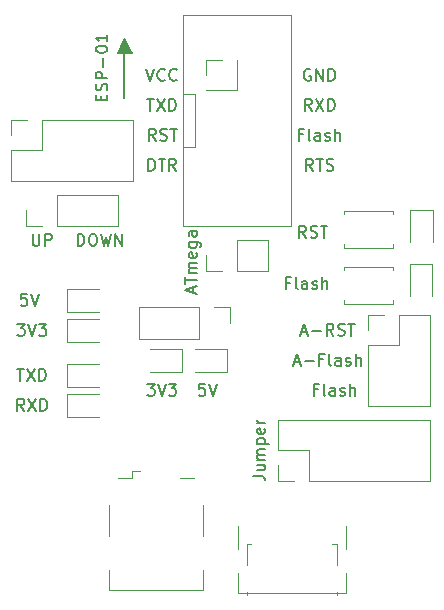
<source format=gbr>
G04 #@! TF.GenerationSoftware,KiCad,Pcbnew,(5.1.7)-1*
G04 #@! TF.CreationDate,2020-12-20T16:40:32+01:00*
G04 #@! TF.ProjectId,uart_flash_pcb,75617274-5f66-46c6-9173-685f7063622e,rev?*
G04 #@! TF.SameCoordinates,Original*
G04 #@! TF.FileFunction,Legend,Top*
G04 #@! TF.FilePolarity,Positive*
%FSLAX46Y46*%
G04 Gerber Fmt 4.6, Leading zero omitted, Abs format (unit mm)*
G04 Created by KiCad (PCBNEW (5.1.7)-1) date 2020-12-20 16:40:32*
%MOMM*%
%LPD*%
G01*
G04 APERTURE LIST*
%ADD10C,0.200000*%
%ADD11C,0.100000*%
%ADD12C,0.120000*%
G04 APERTURE END LIST*
D10*
X115702380Y-74702380D02*
X115369047Y-74226190D01*
X115130952Y-74702380D02*
X115130952Y-73702380D01*
X115511904Y-73702380D01*
X115607142Y-73750000D01*
X115654761Y-73797619D01*
X115702380Y-73892857D01*
X115702380Y-74035714D01*
X115654761Y-74130952D01*
X115607142Y-74178571D01*
X115511904Y-74226190D01*
X115130952Y-74226190D01*
X116083333Y-74654761D02*
X116226190Y-74702380D01*
X116464285Y-74702380D01*
X116559523Y-74654761D01*
X116607142Y-74607142D01*
X116654761Y-74511904D01*
X116654761Y-74416666D01*
X116607142Y-74321428D01*
X116559523Y-74273809D01*
X116464285Y-74226190D01*
X116273809Y-74178571D01*
X116178571Y-74130952D01*
X116130952Y-74083333D01*
X116083333Y-73988095D01*
X116083333Y-73892857D01*
X116130952Y-73797619D01*
X116178571Y-73750000D01*
X116273809Y-73702380D01*
X116511904Y-73702380D01*
X116654761Y-73750000D01*
X116940476Y-73702380D02*
X117511904Y-73702380D01*
X117226190Y-74702380D02*
X117226190Y-73702380D01*
X92059523Y-79462380D02*
X91583333Y-79462380D01*
X91535714Y-79938571D01*
X91583333Y-79890952D01*
X91678571Y-79843333D01*
X91916666Y-79843333D01*
X92011904Y-79890952D01*
X92059523Y-79938571D01*
X92107142Y-80033809D01*
X92107142Y-80271904D01*
X92059523Y-80367142D01*
X92011904Y-80414761D01*
X91916666Y-80462380D01*
X91678571Y-80462380D01*
X91583333Y-80414761D01*
X91535714Y-80367142D01*
X92392857Y-79462380D02*
X92726190Y-80462380D01*
X93059523Y-79462380D01*
X91261904Y-82002380D02*
X91880952Y-82002380D01*
X91547619Y-82383333D01*
X91690476Y-82383333D01*
X91785714Y-82430952D01*
X91833333Y-82478571D01*
X91880952Y-82573809D01*
X91880952Y-82811904D01*
X91833333Y-82907142D01*
X91785714Y-82954761D01*
X91690476Y-83002380D01*
X91404761Y-83002380D01*
X91309523Y-82954761D01*
X91261904Y-82907142D01*
X92166666Y-82002380D02*
X92500000Y-83002380D01*
X92833333Y-82002380D01*
X93071428Y-82002380D02*
X93690476Y-82002380D01*
X93357142Y-82383333D01*
X93500000Y-82383333D01*
X93595238Y-82430952D01*
X93642857Y-82478571D01*
X93690476Y-82573809D01*
X93690476Y-82811904D01*
X93642857Y-82907142D01*
X93595238Y-82954761D01*
X93500000Y-83002380D01*
X93214285Y-83002380D01*
X93119047Y-82954761D01*
X93071428Y-82907142D01*
D11*
G36*
X100965000Y-59055000D02*
G01*
X99695000Y-59055000D01*
X100330000Y-57785000D01*
X100965000Y-59055000D01*
G37*
X100965000Y-59055000D02*
X99695000Y-59055000D01*
X100330000Y-57785000D01*
X100965000Y-59055000D01*
D10*
X100330000Y-62865000D02*
X100330000Y-58420000D01*
X115311514Y-82716666D02*
X115787704Y-82716666D01*
X115216276Y-83002380D02*
X115549609Y-82002380D01*
X115882942Y-83002380D01*
X116216276Y-82621428D02*
X116978180Y-82621428D01*
X118025800Y-83002380D02*
X117692466Y-82526190D01*
X117454371Y-83002380D02*
X117454371Y-82002380D01*
X117835323Y-82002380D01*
X117930561Y-82050000D01*
X117978180Y-82097619D01*
X118025800Y-82192857D01*
X118025800Y-82335714D01*
X117978180Y-82430952D01*
X117930561Y-82478571D01*
X117835323Y-82526190D01*
X117454371Y-82526190D01*
X118406752Y-82954761D02*
X118549609Y-83002380D01*
X118787704Y-83002380D01*
X118882942Y-82954761D01*
X118930561Y-82907142D01*
X118978180Y-82811904D01*
X118978180Y-82716666D01*
X118930561Y-82621428D01*
X118882942Y-82573809D01*
X118787704Y-82526190D01*
X118597228Y-82478571D01*
X118501990Y-82430952D01*
X118454371Y-82383333D01*
X118406752Y-82288095D01*
X118406752Y-82192857D01*
X118454371Y-82097619D01*
X118501990Y-82050000D01*
X118597228Y-82002380D01*
X118835323Y-82002380D01*
X118978180Y-82050000D01*
X119263895Y-82002380D02*
X119835323Y-82002380D01*
X119549609Y-83002380D02*
X119549609Y-82002380D01*
X114668657Y-85256666D02*
X115144847Y-85256666D01*
X114573419Y-85542380D02*
X114906752Y-84542380D01*
X115240085Y-85542380D01*
X115573419Y-85161428D02*
X116335323Y-85161428D01*
X117144847Y-85018571D02*
X116811514Y-85018571D01*
X116811514Y-85542380D02*
X116811514Y-84542380D01*
X117287704Y-84542380D01*
X117811514Y-85542380D02*
X117716276Y-85494761D01*
X117668657Y-85399523D01*
X117668657Y-84542380D01*
X118621038Y-85542380D02*
X118621038Y-85018571D01*
X118573419Y-84923333D01*
X118478180Y-84875714D01*
X118287704Y-84875714D01*
X118192466Y-84923333D01*
X118621038Y-85494761D02*
X118525800Y-85542380D01*
X118287704Y-85542380D01*
X118192466Y-85494761D01*
X118144847Y-85399523D01*
X118144847Y-85304285D01*
X118192466Y-85209047D01*
X118287704Y-85161428D01*
X118525800Y-85161428D01*
X118621038Y-85113809D01*
X119049609Y-85494761D02*
X119144847Y-85542380D01*
X119335323Y-85542380D01*
X119430561Y-85494761D01*
X119478180Y-85399523D01*
X119478180Y-85351904D01*
X119430561Y-85256666D01*
X119335323Y-85209047D01*
X119192466Y-85209047D01*
X119097228Y-85161428D01*
X119049609Y-85066190D01*
X119049609Y-85018571D01*
X119097228Y-84923333D01*
X119192466Y-84875714D01*
X119335323Y-84875714D01*
X119430561Y-84923333D01*
X119906752Y-85542380D02*
X119906752Y-84542380D01*
X120335323Y-85542380D02*
X120335323Y-85018571D01*
X120287704Y-84923333D01*
X120192466Y-84875714D01*
X120049609Y-84875714D01*
X119954371Y-84923333D01*
X119906752Y-84970952D01*
X116681428Y-87558571D02*
X116348095Y-87558571D01*
X116348095Y-88082380D02*
X116348095Y-87082380D01*
X116824285Y-87082380D01*
X117348095Y-88082380D02*
X117252857Y-88034761D01*
X117205238Y-87939523D01*
X117205238Y-87082380D01*
X118157619Y-88082380D02*
X118157619Y-87558571D01*
X118110000Y-87463333D01*
X118014761Y-87415714D01*
X117824285Y-87415714D01*
X117729047Y-87463333D01*
X118157619Y-88034761D02*
X118062380Y-88082380D01*
X117824285Y-88082380D01*
X117729047Y-88034761D01*
X117681428Y-87939523D01*
X117681428Y-87844285D01*
X117729047Y-87749047D01*
X117824285Y-87701428D01*
X118062380Y-87701428D01*
X118157619Y-87653809D01*
X118586190Y-88034761D02*
X118681428Y-88082380D01*
X118871904Y-88082380D01*
X118967142Y-88034761D01*
X119014761Y-87939523D01*
X119014761Y-87891904D01*
X118967142Y-87796666D01*
X118871904Y-87749047D01*
X118729047Y-87749047D01*
X118633809Y-87701428D01*
X118586190Y-87606190D01*
X118586190Y-87558571D01*
X118633809Y-87463333D01*
X118729047Y-87415714D01*
X118871904Y-87415714D01*
X118967142Y-87463333D01*
X119443333Y-88082380D02*
X119443333Y-87082380D01*
X119871904Y-88082380D02*
X119871904Y-87558571D01*
X119824285Y-87463333D01*
X119729047Y-87415714D01*
X119586190Y-87415714D01*
X119490952Y-87463333D01*
X119443333Y-87510952D01*
X96369047Y-75382380D02*
X96369047Y-74382380D01*
X96607142Y-74382380D01*
X96750000Y-74430000D01*
X96845238Y-74525238D01*
X96892857Y-74620476D01*
X96940476Y-74810952D01*
X96940476Y-74953809D01*
X96892857Y-75144285D01*
X96845238Y-75239523D01*
X96750000Y-75334761D01*
X96607142Y-75382380D01*
X96369047Y-75382380D01*
X97559523Y-74382380D02*
X97750000Y-74382380D01*
X97845238Y-74430000D01*
X97940476Y-74525238D01*
X97988095Y-74715714D01*
X97988095Y-75049047D01*
X97940476Y-75239523D01*
X97845238Y-75334761D01*
X97750000Y-75382380D01*
X97559523Y-75382380D01*
X97464285Y-75334761D01*
X97369047Y-75239523D01*
X97321428Y-75049047D01*
X97321428Y-74715714D01*
X97369047Y-74525238D01*
X97464285Y-74430000D01*
X97559523Y-74382380D01*
X98321428Y-74382380D02*
X98559523Y-75382380D01*
X98750000Y-74668095D01*
X98940476Y-75382380D01*
X99178571Y-74382380D01*
X99559523Y-75382380D02*
X99559523Y-74382380D01*
X100130952Y-75382380D01*
X100130952Y-74382380D01*
X92559285Y-74382380D02*
X92559285Y-75191904D01*
X92606904Y-75287142D01*
X92654523Y-75334761D01*
X92749761Y-75382380D01*
X92940238Y-75382380D01*
X93035476Y-75334761D01*
X93083095Y-75287142D01*
X93130714Y-75191904D01*
X93130714Y-74382380D01*
X93606904Y-75382380D02*
X93606904Y-74382380D01*
X93987857Y-74382380D01*
X94083095Y-74430000D01*
X94130714Y-74477619D01*
X94178333Y-74572857D01*
X94178333Y-74715714D01*
X94130714Y-74810952D01*
X94083095Y-74858571D01*
X93987857Y-74906190D01*
X93606904Y-74906190D01*
X111212380Y-94876666D02*
X111926666Y-94876666D01*
X112069523Y-94924285D01*
X112164761Y-95019523D01*
X112212380Y-95162380D01*
X112212380Y-95257619D01*
X111545714Y-93971904D02*
X112212380Y-93971904D01*
X111545714Y-94400476D02*
X112069523Y-94400476D01*
X112164761Y-94352857D01*
X112212380Y-94257619D01*
X112212380Y-94114761D01*
X112164761Y-94019523D01*
X112117142Y-93971904D01*
X112212380Y-93495714D02*
X111545714Y-93495714D01*
X111640952Y-93495714D02*
X111593333Y-93448095D01*
X111545714Y-93352857D01*
X111545714Y-93210000D01*
X111593333Y-93114761D01*
X111688571Y-93067142D01*
X112212380Y-93067142D01*
X111688571Y-93067142D02*
X111593333Y-93019523D01*
X111545714Y-92924285D01*
X111545714Y-92781428D01*
X111593333Y-92686190D01*
X111688571Y-92638571D01*
X112212380Y-92638571D01*
X111545714Y-92162380D02*
X112545714Y-92162380D01*
X111593333Y-92162380D02*
X111545714Y-92067142D01*
X111545714Y-91876666D01*
X111593333Y-91781428D01*
X111640952Y-91733809D01*
X111736190Y-91686190D01*
X112021904Y-91686190D01*
X112117142Y-91733809D01*
X112164761Y-91781428D01*
X112212380Y-91876666D01*
X112212380Y-92067142D01*
X112164761Y-92162380D01*
X112164761Y-90876666D02*
X112212380Y-90971904D01*
X112212380Y-91162380D01*
X112164761Y-91257619D01*
X112069523Y-91305238D01*
X111688571Y-91305238D01*
X111593333Y-91257619D01*
X111545714Y-91162380D01*
X111545714Y-90971904D01*
X111593333Y-90876666D01*
X111688571Y-90829047D01*
X111783809Y-90829047D01*
X111879047Y-91305238D01*
X112212380Y-90400476D02*
X111545714Y-90400476D01*
X111736190Y-90400476D02*
X111640952Y-90352857D01*
X111593333Y-90305238D01*
X111545714Y-90210000D01*
X111545714Y-90114761D01*
X98353571Y-63086904D02*
X98353571Y-62753571D01*
X98877380Y-62610714D02*
X98877380Y-63086904D01*
X97877380Y-63086904D01*
X97877380Y-62610714D01*
X98829761Y-62229761D02*
X98877380Y-62086904D01*
X98877380Y-61848809D01*
X98829761Y-61753571D01*
X98782142Y-61705952D01*
X98686904Y-61658333D01*
X98591666Y-61658333D01*
X98496428Y-61705952D01*
X98448809Y-61753571D01*
X98401190Y-61848809D01*
X98353571Y-62039285D01*
X98305952Y-62134523D01*
X98258333Y-62182142D01*
X98163095Y-62229761D01*
X98067857Y-62229761D01*
X97972619Y-62182142D01*
X97925000Y-62134523D01*
X97877380Y-62039285D01*
X97877380Y-61801190D01*
X97925000Y-61658333D01*
X98877380Y-61229761D02*
X97877380Y-61229761D01*
X97877380Y-60848809D01*
X97925000Y-60753571D01*
X97972619Y-60705952D01*
X98067857Y-60658333D01*
X98210714Y-60658333D01*
X98305952Y-60705952D01*
X98353571Y-60753571D01*
X98401190Y-60848809D01*
X98401190Y-61229761D01*
X98496428Y-60229761D02*
X98496428Y-59467857D01*
X97877380Y-58801190D02*
X97877380Y-58705952D01*
X97925000Y-58610714D01*
X97972619Y-58563095D01*
X98067857Y-58515476D01*
X98258333Y-58467857D01*
X98496428Y-58467857D01*
X98686904Y-58515476D01*
X98782142Y-58563095D01*
X98829761Y-58610714D01*
X98877380Y-58705952D01*
X98877380Y-58801190D01*
X98829761Y-58896428D01*
X98782142Y-58944047D01*
X98686904Y-58991666D01*
X98496428Y-59039285D01*
X98258333Y-59039285D01*
X98067857Y-58991666D01*
X97972619Y-58944047D01*
X97925000Y-58896428D01*
X97877380Y-58801190D01*
X98877380Y-57515476D02*
X98877380Y-58086904D01*
X98877380Y-57801190D02*
X97877380Y-57801190D01*
X98020238Y-57896428D01*
X98115476Y-57991666D01*
X98163095Y-58086904D01*
X106166666Y-79369047D02*
X106166666Y-78892857D01*
X106452380Y-79464285D02*
X105452380Y-79130952D01*
X106452380Y-78797619D01*
X105452380Y-78607142D02*
X105452380Y-78035714D01*
X106452380Y-78321428D02*
X105452380Y-78321428D01*
X106452380Y-77702380D02*
X105785714Y-77702380D01*
X105880952Y-77702380D02*
X105833333Y-77654761D01*
X105785714Y-77559523D01*
X105785714Y-77416666D01*
X105833333Y-77321428D01*
X105928571Y-77273809D01*
X106452380Y-77273809D01*
X105928571Y-77273809D02*
X105833333Y-77226190D01*
X105785714Y-77130952D01*
X105785714Y-76988095D01*
X105833333Y-76892857D01*
X105928571Y-76845238D01*
X106452380Y-76845238D01*
X106404761Y-75988095D02*
X106452380Y-76083333D01*
X106452380Y-76273809D01*
X106404761Y-76369047D01*
X106309523Y-76416666D01*
X105928571Y-76416666D01*
X105833333Y-76369047D01*
X105785714Y-76273809D01*
X105785714Y-76083333D01*
X105833333Y-75988095D01*
X105928571Y-75940476D01*
X106023809Y-75940476D01*
X106119047Y-76416666D01*
X105785714Y-75083333D02*
X106595238Y-75083333D01*
X106690476Y-75130952D01*
X106738095Y-75178571D01*
X106785714Y-75273809D01*
X106785714Y-75416666D01*
X106738095Y-75511904D01*
X106404761Y-75083333D02*
X106452380Y-75178571D01*
X106452380Y-75369047D01*
X106404761Y-75464285D01*
X106357142Y-75511904D01*
X106261904Y-75559523D01*
X105976190Y-75559523D01*
X105880952Y-75511904D01*
X105833333Y-75464285D01*
X105785714Y-75369047D01*
X105785714Y-75178571D01*
X105833333Y-75083333D01*
X106452380Y-74178571D02*
X105928571Y-74178571D01*
X105833333Y-74226190D01*
X105785714Y-74321428D01*
X105785714Y-74511904D01*
X105833333Y-74607142D01*
X106404761Y-74178571D02*
X106452380Y-74273809D01*
X106452380Y-74511904D01*
X106404761Y-74607142D01*
X106309523Y-74654761D01*
X106214285Y-74654761D01*
X106119047Y-74607142D01*
X106071428Y-74511904D01*
X106071428Y-74273809D01*
X106023809Y-74178571D01*
X91833333Y-89352380D02*
X91500000Y-88876190D01*
X91261904Y-89352380D02*
X91261904Y-88352380D01*
X91642857Y-88352380D01*
X91738095Y-88400000D01*
X91785714Y-88447619D01*
X91833333Y-88542857D01*
X91833333Y-88685714D01*
X91785714Y-88780952D01*
X91738095Y-88828571D01*
X91642857Y-88876190D01*
X91261904Y-88876190D01*
X92166666Y-88352380D02*
X92833333Y-89352380D01*
X92833333Y-88352380D02*
X92166666Y-89352380D01*
X93214285Y-89352380D02*
X93214285Y-88352380D01*
X93452380Y-88352380D01*
X93595238Y-88400000D01*
X93690476Y-88495238D01*
X93738095Y-88590476D01*
X93785714Y-88780952D01*
X93785714Y-88923809D01*
X93738095Y-89114285D01*
X93690476Y-89209523D01*
X93595238Y-89304761D01*
X93452380Y-89352380D01*
X93214285Y-89352380D01*
X91238095Y-85812380D02*
X91809523Y-85812380D01*
X91523809Y-86812380D02*
X91523809Y-85812380D01*
X92047619Y-85812380D02*
X92714285Y-86812380D01*
X92714285Y-85812380D02*
X92047619Y-86812380D01*
X93095238Y-86812380D02*
X93095238Y-85812380D01*
X93333333Y-85812380D01*
X93476190Y-85860000D01*
X93571428Y-85955238D01*
X93619047Y-86050476D01*
X93666666Y-86240952D01*
X93666666Y-86383809D01*
X93619047Y-86574285D01*
X93571428Y-86669523D01*
X93476190Y-86764761D01*
X93333333Y-86812380D01*
X93095238Y-86812380D01*
X102171666Y-60412380D02*
X102505000Y-61412380D01*
X102838333Y-60412380D01*
X103743095Y-61317142D02*
X103695476Y-61364761D01*
X103552619Y-61412380D01*
X103457380Y-61412380D01*
X103314523Y-61364761D01*
X103219285Y-61269523D01*
X103171666Y-61174285D01*
X103124047Y-60983809D01*
X103124047Y-60840952D01*
X103171666Y-60650476D01*
X103219285Y-60555238D01*
X103314523Y-60460000D01*
X103457380Y-60412380D01*
X103552619Y-60412380D01*
X103695476Y-60460000D01*
X103743095Y-60507619D01*
X104743095Y-61317142D02*
X104695476Y-61364761D01*
X104552619Y-61412380D01*
X104457380Y-61412380D01*
X104314523Y-61364761D01*
X104219285Y-61269523D01*
X104171666Y-61174285D01*
X104124047Y-60983809D01*
X104124047Y-60840952D01*
X104171666Y-60650476D01*
X104219285Y-60555238D01*
X104314523Y-60460000D01*
X104457380Y-60412380D01*
X104552619Y-60412380D01*
X104695476Y-60460000D01*
X104743095Y-60507619D01*
X102243095Y-62952380D02*
X102814523Y-62952380D01*
X102528809Y-63952380D02*
X102528809Y-62952380D01*
X103052619Y-62952380D02*
X103719285Y-63952380D01*
X103719285Y-62952380D02*
X103052619Y-63952380D01*
X104100238Y-63952380D02*
X104100238Y-62952380D01*
X104338333Y-62952380D01*
X104481190Y-63000000D01*
X104576428Y-63095238D01*
X104624047Y-63190476D01*
X104671666Y-63380952D01*
X104671666Y-63523809D01*
X104624047Y-63714285D01*
X104576428Y-63809523D01*
X104481190Y-63904761D01*
X104338333Y-63952380D01*
X104100238Y-63952380D01*
X102957380Y-66492380D02*
X102624047Y-66016190D01*
X102385952Y-66492380D02*
X102385952Y-65492380D01*
X102766904Y-65492380D01*
X102862142Y-65540000D01*
X102909761Y-65587619D01*
X102957380Y-65682857D01*
X102957380Y-65825714D01*
X102909761Y-65920952D01*
X102862142Y-65968571D01*
X102766904Y-66016190D01*
X102385952Y-66016190D01*
X103338333Y-66444761D02*
X103481190Y-66492380D01*
X103719285Y-66492380D01*
X103814523Y-66444761D01*
X103862142Y-66397142D01*
X103909761Y-66301904D01*
X103909761Y-66206666D01*
X103862142Y-66111428D01*
X103814523Y-66063809D01*
X103719285Y-66016190D01*
X103528809Y-65968571D01*
X103433571Y-65920952D01*
X103385952Y-65873333D01*
X103338333Y-65778095D01*
X103338333Y-65682857D01*
X103385952Y-65587619D01*
X103433571Y-65540000D01*
X103528809Y-65492380D01*
X103766904Y-65492380D01*
X103909761Y-65540000D01*
X104195476Y-65492380D02*
X104766904Y-65492380D01*
X104481190Y-66492380D02*
X104481190Y-65492380D01*
X102362142Y-69032380D02*
X102362142Y-68032380D01*
X102600238Y-68032380D01*
X102743095Y-68080000D01*
X102838333Y-68175238D01*
X102885952Y-68270476D01*
X102933571Y-68460952D01*
X102933571Y-68603809D01*
X102885952Y-68794285D01*
X102838333Y-68889523D01*
X102743095Y-68984761D01*
X102600238Y-69032380D01*
X102362142Y-69032380D01*
X103219285Y-68032380D02*
X103790714Y-68032380D01*
X103505000Y-69032380D02*
X103505000Y-68032380D01*
X104695476Y-69032380D02*
X104362142Y-68556190D01*
X104124047Y-69032380D02*
X104124047Y-68032380D01*
X104505000Y-68032380D01*
X104600238Y-68080000D01*
X104647857Y-68127619D01*
X104695476Y-68222857D01*
X104695476Y-68365714D01*
X104647857Y-68460952D01*
X104600238Y-68508571D01*
X104505000Y-68556190D01*
X104124047Y-68556190D01*
X116292380Y-69032380D02*
X115959047Y-68556190D01*
X115720952Y-69032380D02*
X115720952Y-68032380D01*
X116101904Y-68032380D01*
X116197142Y-68080000D01*
X116244761Y-68127619D01*
X116292380Y-68222857D01*
X116292380Y-68365714D01*
X116244761Y-68460952D01*
X116197142Y-68508571D01*
X116101904Y-68556190D01*
X115720952Y-68556190D01*
X116578095Y-68032380D02*
X117149523Y-68032380D01*
X116863809Y-69032380D02*
X116863809Y-68032380D01*
X117435238Y-68984761D02*
X117578095Y-69032380D01*
X117816190Y-69032380D01*
X117911428Y-68984761D01*
X117959047Y-68937142D01*
X118006666Y-68841904D01*
X118006666Y-68746666D01*
X117959047Y-68651428D01*
X117911428Y-68603809D01*
X117816190Y-68556190D01*
X117625714Y-68508571D01*
X117530476Y-68460952D01*
X117482857Y-68413333D01*
X117435238Y-68318095D01*
X117435238Y-68222857D01*
X117482857Y-68127619D01*
X117530476Y-68080000D01*
X117625714Y-68032380D01*
X117863809Y-68032380D01*
X118006666Y-68080000D01*
X115411428Y-65968571D02*
X115078095Y-65968571D01*
X115078095Y-66492380D02*
X115078095Y-65492380D01*
X115554285Y-65492380D01*
X116078095Y-66492380D02*
X115982857Y-66444761D01*
X115935238Y-66349523D01*
X115935238Y-65492380D01*
X116887619Y-66492380D02*
X116887619Y-65968571D01*
X116840000Y-65873333D01*
X116744761Y-65825714D01*
X116554285Y-65825714D01*
X116459047Y-65873333D01*
X116887619Y-66444761D02*
X116792380Y-66492380D01*
X116554285Y-66492380D01*
X116459047Y-66444761D01*
X116411428Y-66349523D01*
X116411428Y-66254285D01*
X116459047Y-66159047D01*
X116554285Y-66111428D01*
X116792380Y-66111428D01*
X116887619Y-66063809D01*
X117316190Y-66444761D02*
X117411428Y-66492380D01*
X117601904Y-66492380D01*
X117697142Y-66444761D01*
X117744761Y-66349523D01*
X117744761Y-66301904D01*
X117697142Y-66206666D01*
X117601904Y-66159047D01*
X117459047Y-66159047D01*
X117363809Y-66111428D01*
X117316190Y-66016190D01*
X117316190Y-65968571D01*
X117363809Y-65873333D01*
X117459047Y-65825714D01*
X117601904Y-65825714D01*
X117697142Y-65873333D01*
X118173333Y-66492380D02*
X118173333Y-65492380D01*
X118601904Y-66492380D02*
X118601904Y-65968571D01*
X118554285Y-65873333D01*
X118459047Y-65825714D01*
X118316190Y-65825714D01*
X118220952Y-65873333D01*
X118173333Y-65920952D01*
X116173333Y-63952380D02*
X115840000Y-63476190D01*
X115601904Y-63952380D02*
X115601904Y-62952380D01*
X115982857Y-62952380D01*
X116078095Y-63000000D01*
X116125714Y-63047619D01*
X116173333Y-63142857D01*
X116173333Y-63285714D01*
X116125714Y-63380952D01*
X116078095Y-63428571D01*
X115982857Y-63476190D01*
X115601904Y-63476190D01*
X116506666Y-62952380D02*
X117173333Y-63952380D01*
X117173333Y-62952380D02*
X116506666Y-63952380D01*
X117554285Y-63952380D02*
X117554285Y-62952380D01*
X117792380Y-62952380D01*
X117935238Y-63000000D01*
X118030476Y-63095238D01*
X118078095Y-63190476D01*
X118125714Y-63380952D01*
X118125714Y-63523809D01*
X118078095Y-63714285D01*
X118030476Y-63809523D01*
X117935238Y-63904761D01*
X117792380Y-63952380D01*
X117554285Y-63952380D01*
X116078095Y-60460000D02*
X115982857Y-60412380D01*
X115840000Y-60412380D01*
X115697142Y-60460000D01*
X115601904Y-60555238D01*
X115554285Y-60650476D01*
X115506666Y-60840952D01*
X115506666Y-60983809D01*
X115554285Y-61174285D01*
X115601904Y-61269523D01*
X115697142Y-61364761D01*
X115840000Y-61412380D01*
X115935238Y-61412380D01*
X116078095Y-61364761D01*
X116125714Y-61317142D01*
X116125714Y-60983809D01*
X115935238Y-60983809D01*
X116554285Y-61412380D02*
X116554285Y-60412380D01*
X117125714Y-61412380D01*
X117125714Y-60412380D01*
X117601904Y-61412380D02*
X117601904Y-60412380D01*
X117840000Y-60412380D01*
X117982857Y-60460000D01*
X118078095Y-60555238D01*
X118125714Y-60650476D01*
X118173333Y-60840952D01*
X118173333Y-60983809D01*
X118125714Y-61174285D01*
X118078095Y-61269523D01*
X117982857Y-61364761D01*
X117840000Y-61412380D01*
X117601904Y-61412380D01*
X114321428Y-78516171D02*
X113988095Y-78516171D01*
X113988095Y-79039980D02*
X113988095Y-78039980D01*
X114464285Y-78039980D01*
X114988095Y-79039980D02*
X114892857Y-78992361D01*
X114845238Y-78897123D01*
X114845238Y-78039980D01*
X115797619Y-79039980D02*
X115797619Y-78516171D01*
X115750000Y-78420933D01*
X115654761Y-78373314D01*
X115464285Y-78373314D01*
X115369047Y-78420933D01*
X115797619Y-78992361D02*
X115702380Y-79039980D01*
X115464285Y-79039980D01*
X115369047Y-78992361D01*
X115321428Y-78897123D01*
X115321428Y-78801885D01*
X115369047Y-78706647D01*
X115464285Y-78659028D01*
X115702380Y-78659028D01*
X115797619Y-78611409D01*
X116226190Y-78992361D02*
X116321428Y-79039980D01*
X116511904Y-79039980D01*
X116607142Y-78992361D01*
X116654761Y-78897123D01*
X116654761Y-78849504D01*
X116607142Y-78754266D01*
X116511904Y-78706647D01*
X116369047Y-78706647D01*
X116273809Y-78659028D01*
X116226190Y-78563790D01*
X116226190Y-78516171D01*
X116273809Y-78420933D01*
X116369047Y-78373314D01*
X116511904Y-78373314D01*
X116607142Y-78420933D01*
X117083333Y-79039980D02*
X117083333Y-78039980D01*
X117511904Y-79039980D02*
X117511904Y-78516171D01*
X117464285Y-78420933D01*
X117369047Y-78373314D01*
X117226190Y-78373314D01*
X117130952Y-78420933D01*
X117083333Y-78468552D01*
X107124523Y-87082380D02*
X106648333Y-87082380D01*
X106600714Y-87558571D01*
X106648333Y-87510952D01*
X106743571Y-87463333D01*
X106981666Y-87463333D01*
X107076904Y-87510952D01*
X107124523Y-87558571D01*
X107172142Y-87653809D01*
X107172142Y-87891904D01*
X107124523Y-87987142D01*
X107076904Y-88034761D01*
X106981666Y-88082380D01*
X106743571Y-88082380D01*
X106648333Y-88034761D01*
X106600714Y-87987142D01*
X107457857Y-87082380D02*
X107791190Y-88082380D01*
X108124523Y-87082380D01*
X102266904Y-87082380D02*
X102885952Y-87082380D01*
X102552619Y-87463333D01*
X102695476Y-87463333D01*
X102790714Y-87510952D01*
X102838333Y-87558571D01*
X102885952Y-87653809D01*
X102885952Y-87891904D01*
X102838333Y-87987142D01*
X102790714Y-88034761D01*
X102695476Y-88082380D01*
X102409761Y-88082380D01*
X102314523Y-88034761D01*
X102266904Y-87987142D01*
X103171666Y-87082380D02*
X103505000Y-88082380D01*
X103838333Y-87082380D01*
X104076428Y-87082380D02*
X104695476Y-87082380D01*
X104362142Y-87463333D01*
X104505000Y-87463333D01*
X104600238Y-87510952D01*
X104647857Y-87558571D01*
X104695476Y-87653809D01*
X104695476Y-87891904D01*
X104647857Y-87987142D01*
X104600238Y-88034761D01*
X104505000Y-88082380D01*
X104219285Y-88082380D01*
X104124047Y-88034761D01*
X104076428Y-87987142D01*
D12*
X109920000Y-99150000D02*
X109920000Y-101070000D01*
X119080000Y-101070000D02*
X119080000Y-99150000D01*
X119080000Y-103080000D02*
X119080000Y-104785000D01*
X109920000Y-104785000D02*
X109920000Y-103080000D01*
X119080000Y-104785000D02*
X109920000Y-104785000D01*
X106960000Y-104510000D02*
X106960000Y-102850000D01*
X99040000Y-104510000D02*
X106960000Y-104510000D01*
X99040000Y-102850000D02*
X99040000Y-104510000D01*
X105050000Y-95040000D02*
X106200000Y-95040000D01*
X100950000Y-94450000D02*
X101650000Y-94450000D01*
X100950000Y-95040000D02*
X100950000Y-94450000D01*
X99800000Y-95040000D02*
X100950000Y-95040000D01*
X106960000Y-97350000D02*
X106960000Y-99950000D01*
X99040000Y-99950000D02*
X99040000Y-97350000D01*
X90745000Y-66040000D02*
X90745000Y-64710000D01*
X90745000Y-64710000D02*
X92075000Y-64710000D01*
X90745000Y-67310000D02*
X93345000Y-67310000D01*
X93345000Y-67310000D02*
X93345000Y-64710000D01*
X93345000Y-64710000D02*
X101025000Y-64710000D01*
X101025000Y-69910000D02*
X101025000Y-64710000D01*
X90745000Y-69910000D02*
X101025000Y-69910000D01*
X90745000Y-69910000D02*
X90745000Y-67310000D01*
X105305000Y-73680000D02*
X114405000Y-73680000D01*
X114405000Y-55860000D02*
X114405000Y-73680000D01*
X107255000Y-62230000D02*
X109855000Y-62230000D01*
X109855000Y-62230000D02*
X109855000Y-59630000D01*
X107255000Y-60960000D02*
X107255000Y-59630000D01*
X107255000Y-59630000D02*
X108585000Y-59630000D01*
X105305000Y-73680000D02*
X105305000Y-55860000D01*
X114405000Y-55860000D02*
X105305000Y-55860000D01*
X106295000Y-62520000D02*
X106295000Y-67020000D01*
X106295000Y-62520000D02*
X105305000Y-62520000D01*
X106295000Y-67020000D02*
X105305000Y-67020000D01*
X118930000Y-75570000D02*
X118930000Y-75270000D01*
X123070000Y-72430000D02*
X123070000Y-72730000D01*
X123070000Y-75270000D02*
X123070000Y-75570000D01*
X118930000Y-72430000D02*
X123070000Y-72430000D01*
X118930000Y-72730000D02*
X118930000Y-72430000D01*
X123070000Y-75570000D02*
X118930000Y-75570000D01*
X118930000Y-80310000D02*
X118930000Y-80010000D01*
X123070000Y-77170000D02*
X123070000Y-77470000D01*
X123070000Y-80010000D02*
X123070000Y-80310000D01*
X118930000Y-77170000D02*
X123070000Y-77170000D01*
X118930000Y-77470000D02*
X118930000Y-77170000D01*
X123070000Y-80310000D02*
X118930000Y-80310000D01*
X109280000Y-80585000D02*
X109280000Y-81915000D01*
X107950000Y-80585000D02*
X109280000Y-80585000D01*
X106680000Y-80585000D02*
X106680000Y-83245000D01*
X106680000Y-83245000D02*
X101540000Y-83245000D01*
X106680000Y-80585000D02*
X101540000Y-80585000D01*
X101540000Y-80585000D02*
X101540000Y-83245000D01*
X92015000Y-73720000D02*
X92015000Y-72390000D01*
X93345000Y-73720000D02*
X92015000Y-73720000D01*
X94615000Y-73720000D02*
X94615000Y-71060000D01*
X94615000Y-71060000D02*
X99755000Y-71060000D01*
X94615000Y-73720000D02*
X99755000Y-73720000D01*
X99755000Y-73720000D02*
X99755000Y-71060000D01*
X120955000Y-81220000D02*
X122285000Y-81220000D01*
X120955000Y-82550000D02*
X120955000Y-81220000D01*
X123555000Y-81220000D02*
X126155000Y-81220000D01*
X123555000Y-83820000D02*
X123555000Y-81220000D01*
X120955000Y-83820000D02*
X123555000Y-83820000D01*
X126155000Y-81220000D02*
X126155000Y-88960000D01*
X120955000Y-83820000D02*
X120955000Y-88960000D01*
X120955000Y-88960000D02*
X126155000Y-88960000D01*
X110690000Y-104940000D02*
X110690000Y-104680000D01*
X110690000Y-102400000D02*
X110690000Y-100630000D01*
X110690000Y-100630000D02*
X111070000Y-100630000D01*
X118310000Y-100630000D02*
X118310000Y-102400000D01*
X118310000Y-104680000D02*
X118310000Y-104940000D01*
X118310000Y-100630000D02*
X117930000Y-100630000D01*
X113335000Y-95310000D02*
X113335000Y-93980000D01*
X114665000Y-95310000D02*
X113335000Y-95310000D01*
X113335000Y-92710000D02*
X113335000Y-90110000D01*
X115935000Y-92710000D02*
X113335000Y-92710000D01*
X115935000Y-95310000D02*
X115935000Y-92710000D01*
X113335000Y-90110000D02*
X126155000Y-90110000D01*
X115935000Y-95310000D02*
X126155000Y-95310000D01*
X126155000Y-95310000D02*
X126155000Y-90110000D01*
X107255000Y-77530000D02*
X107255000Y-76200000D01*
X108585000Y-77530000D02*
X107255000Y-77530000D01*
X109855000Y-77530000D02*
X109855000Y-74870000D01*
X109855000Y-74870000D02*
X112455000Y-74870000D01*
X109855000Y-77530000D02*
X112455000Y-77530000D01*
X112455000Y-77530000D02*
X112455000Y-74870000D01*
X124470000Y-76975000D02*
X124470000Y-79660000D01*
X126390000Y-76975000D02*
X124470000Y-76975000D01*
X126390000Y-79660000D02*
X126390000Y-76975000D01*
X124500000Y-72380000D02*
X124500000Y-75065000D01*
X126420000Y-72380000D02*
X124500000Y-72380000D01*
X126420000Y-75065000D02*
X126420000Y-72380000D01*
X109000000Y-84130000D02*
X106315000Y-84130000D01*
X109000000Y-86050000D02*
X109000000Y-84130000D01*
X106315000Y-86050000D02*
X109000000Y-86050000D01*
X95470000Y-83510000D02*
X98155000Y-83510000D01*
X95470000Y-81590000D02*
X95470000Y-83510000D01*
X98155000Y-81590000D02*
X95470000Y-81590000D01*
X95470000Y-89860000D02*
X98155000Y-89860000D01*
X95470000Y-87940000D02*
X95470000Y-89860000D01*
X98155000Y-87940000D02*
X95470000Y-87940000D01*
X95470000Y-87320000D02*
X98155000Y-87320000D01*
X95470000Y-85400000D02*
X95470000Y-87320000D01*
X98155000Y-85400000D02*
X95470000Y-85400000D01*
X105190000Y-84130000D02*
X102505000Y-84130000D01*
X105190000Y-86050000D02*
X105190000Y-84130000D01*
X102505000Y-86050000D02*
X105190000Y-86050000D01*
X95470000Y-80970000D02*
X98155000Y-80970000D01*
X95470000Y-79050000D02*
X95470000Y-80970000D01*
X98155000Y-79050000D02*
X95470000Y-79050000D01*
M02*

</source>
